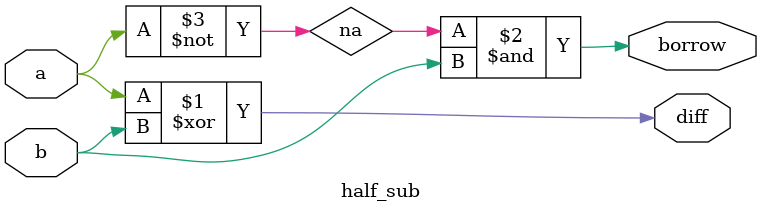
<source format=v>
module half_sub(
    input wire a, 
    input wire b, 
    output wire diff, 
    output wire borrow
);

    wire na;
    xor xor1(diff, a, b);  
    not not1(na, a);       
    and and1(borrow, na, b); 
endmodule

</source>
